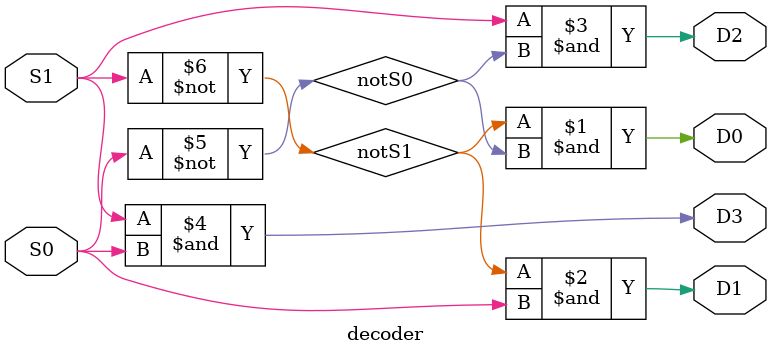
<source format=v>
module decoder (S1,S0,D3,D2,D1,D0); 
   input S0,S1; 
   output D0,D1,D2,D3; 
 
   not n1 (notS0,S0),
       n2 (notS1,S1);

   and a0 (D0,notS1,notS0), 
       a1 (D1,notS1,   S0), 
       a2 (D2,   S1,notS0), 
       a3 (D3,   S1,   S0); 
endmodule
</source>
